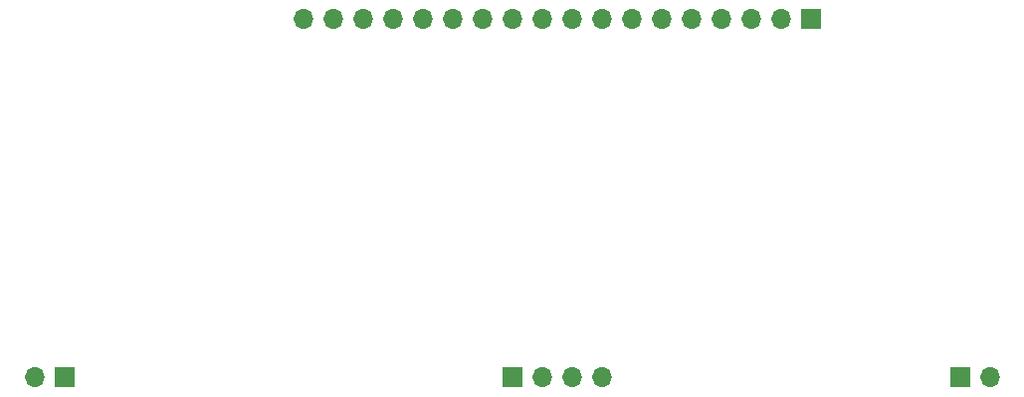
<source format=gbr>
%TF.GenerationSoftware,KiCad,Pcbnew,(5.1.10-1-10_14)*%
%TF.CreationDate,2021-11-22T02:45:21-05:00*%
%TF.ProjectId,control-unit,636f6e74-726f-46c2-9d75-6e69742e6b69,rev?*%
%TF.SameCoordinates,Original*%
%TF.FileFunction,Soldermask,Bot*%
%TF.FilePolarity,Negative*%
%FSLAX46Y46*%
G04 Gerber Fmt 4.6, Leading zero omitted, Abs format (unit mm)*
G04 Created by KiCad (PCBNEW (5.1.10-1-10_14)) date 2021-11-22 02:45:21*
%MOMM*%
%LPD*%
G01*
G04 APERTURE LIST*
%ADD10R,1.700000X1.700000*%
%ADD11O,1.700000X1.700000*%
G04 APERTURE END LIST*
D10*
%TO.C,J4*%
X177800000Y-111506000D03*
D11*
X180340000Y-111506000D03*
%TD*%
%TO.C,J3*%
X99060000Y-111506000D03*
D10*
X101600000Y-111506000D03*
%TD*%
D11*
%TO.C,J2*%
X121920000Y-81026000D03*
X124460000Y-81026000D03*
X127000000Y-81026000D03*
X129540000Y-81026000D03*
X132080000Y-81026000D03*
X134620000Y-81026000D03*
X137160000Y-81026000D03*
X139700000Y-81026000D03*
X142240000Y-81026000D03*
X144780000Y-81026000D03*
X147320000Y-81026000D03*
X149860000Y-81026000D03*
X152400000Y-81026000D03*
X154940000Y-81026000D03*
X157480000Y-81026000D03*
X160020000Y-81026000D03*
X162560000Y-81026000D03*
D10*
X165100000Y-81026000D03*
%TD*%
D11*
%TO.C,J1*%
X147320000Y-111506000D03*
X144780000Y-111506000D03*
X142240000Y-111506000D03*
D10*
X139700000Y-111506000D03*
%TD*%
M02*

</source>
